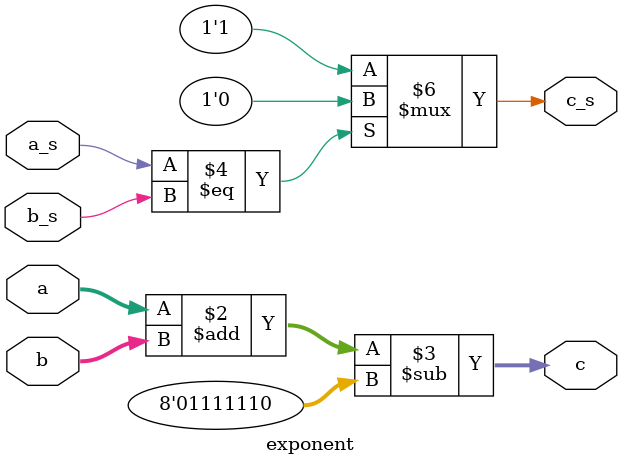
<source format=v>
`timescale 1ns / 1ps
module exponent(
    input [7:0] a,
    input [7:0] b,
	 input a_s,b_s,
    output reg [7:0] c,
	 output reg c_s
    );

always @(a,b,a_s,b_s) begin
c<=a+b-8'b01111110;
if (a_s==b_s) begin
c_s=1'b0;
end
else begin
c_s=1'b1;
end
end

endmodule

</source>
